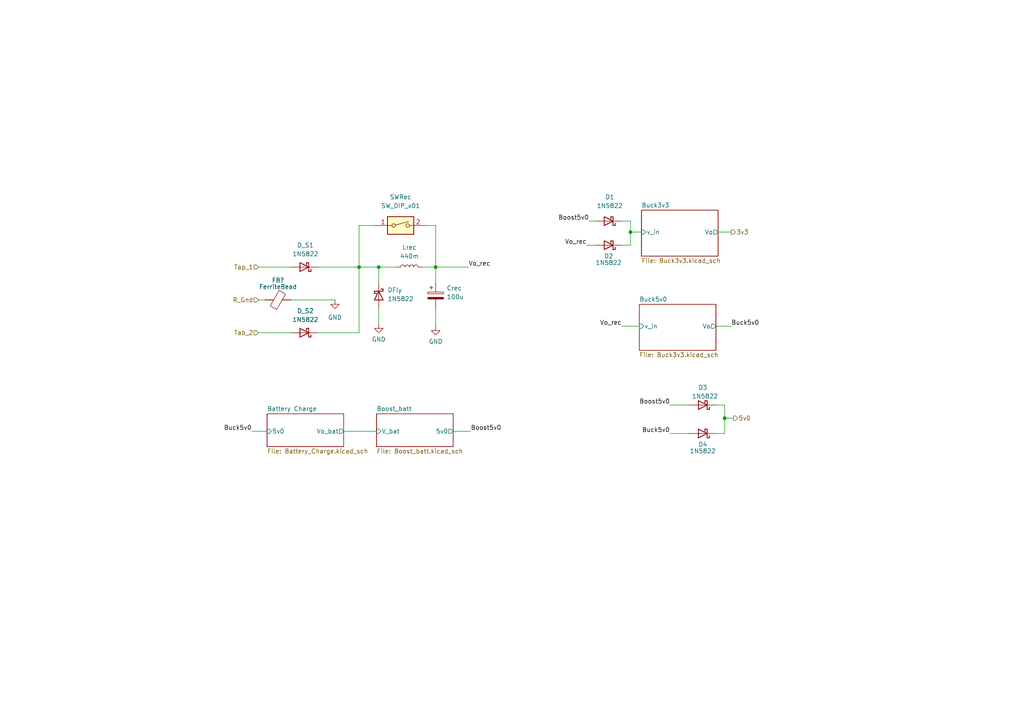
<source format=kicad_sch>
(kicad_sch (version 20211123) (generator eeschema)
  (paper "A4")
  (lib_symbols
    (symbol "Device:C_Polarized" (pin_numbers hide) (pin_names (offset 0.254))
      (property "Reference" "C" (at 0.635 2.54 0))
      (property "Value" "C_Polarized" (at 0.635 -2.54 0))
      (symbol "C_Polarized_0_1"
        (rectangle (start -2.286 0.508) (end 2.286 1.016))
        (polyline (pts (xy -1.778 2.286) (xy -0.762 2.286)))
        (polyline (pts (xy -1.27 2.794) (xy -1.27 1.778)))
        (rectangle (start 2.286 -0.508) (end -2.286 -1.016) (fill (type outline)))
      )
      (symbol "C_Polarized_1_1"
        (pin passive line (at 0 3.81 270) (length 2.794) (name "~") (number "1"))
        (pin passive line (at 0 -3.81 90) (length 2.794) (name "~") (number "2"))
      )
    )
    (symbol "Device:FerriteBead" (pin_numbers hide) (pin_names (offset 0))
      (property "Reference" "FB" (at -3.81 0.635 90))
      (property "Value" "FerriteBead" (at 3.81 0 90))
      (symbol "FerriteBead_0_1"
        (polyline (pts (xy 0 -1.27) (xy 0 -1.2192)))
        (polyline (pts (xy 0 1.27) (xy 0 1.2954)))
        (polyline (pts (xy -2.7686 0.4064) (xy -1.7018 2.2606) (xy 2.7686 -0.3048) (xy 1.6764 -2.159) (xy -2.7686 0.4064)))
      )
      (symbol "FerriteBead_1_1"
        (pin passive line (at 0 3.81 270) (length 2.54) (name "~") (number "1"))
        (pin passive line (at 0 -3.81 90) (length 2.54) (name "~") (number "2"))
      )
    )
    (symbol "Device:L" (pin_numbers hide) (pin_names (offset 1.016) hide)
      (property "Reference" "L" (at -1.27 0 90))
      (property "Value" "L" (at 1.905 0 90))
      (symbol "L_0_1"
        (arc (start 0 -2.54) (mid 0.635 -1.905) (end 0 -1.27))
        (arc (start 0 -1.27) (mid 0.635 -0.635) (end 0 0))
        (arc (start 0 0) (mid 0.635 0.635) (end 0 1.27))
        (arc (start 0 1.27) (mid 0.635 1.905) (end 0 2.54))
      )
      (symbol "L_1_1"
        (pin passive line (at 0 3.81 270) (length 1.27) (name "1") (number "1"))
        (pin passive line (at 0 -3.81 90) (length 1.27) (name "2") (number "2"))
      )
    )
    (symbol "Diode:1N5822" (pin_numbers hide) (pin_names (offset 1.016) hide)
      (property "Reference" "D" (at 0 2.54 0))
      (property "Value" "1N5822" (at 0 -2.54 0))
      (symbol "1N5822_0_1"
        (polyline (pts (xy 1.27 0) (xy -1.27 0)))
        (polyline (pts (xy 1.27 1.27) (xy 1.27 -1.27) (xy -1.27 0) (xy 1.27 1.27)) (stroke (width 0.254)))
        (polyline (pts (xy -1.905 0.635) (xy -1.905 1.27) (xy -1.27 1.27) (xy -1.27 -1.27) (xy -0.635 -1.27) (xy -0.635 -0.635)) (stroke (width 0.254)))
      )
      (symbol "1N5822_1_1"
        (pin passive line (at -3.81 0 0) (length 2.54) (name "K") (number "1"))
        (pin passive line (at 3.81 0 180) (length 2.54) (name "A") (number "2"))
      )
    )
    (symbol "Switch:SW_DIP_x01" (pin_names (offset 0) hide)
      (property "Reference" "SW" (at 0 3.81 0))
      (property "Value" "SW_DIP_x01" (at 0 -3.81 0))
      (symbol "SW_DIP_x01_0_0"
        (circle (center -2.032 0) (radius 0.508))
        (polyline (pts (xy -1.524 0.127) (xy 2.3622 1.1684)))
        (circle (center 2.032 0) (radius 0.508))
      )
      (symbol "SW_DIP_x01_0_1"
        (rectangle (start -3.81 2.54) (end 3.81 -2.54) (stroke (width 0.254)) (fill (type background)))
      )
      (symbol "SW_DIP_x01_1_1"
        (pin passive line (at -7.62 0 0) (length 5.08) (name "~") (number "1"))
        (pin passive line (at 7.62 0 180) (length 5.08) (name "~") (number "2"))
      )
    )
    (symbol "power:GND" (power) (pin_names (offset 0))
      (property "Value" "GND" (at 0 -3.81 0))
      (symbol "GND_0_1"
        (polyline (pts (xy 0 0) (xy 0 -1.27) (xy 1.27 -1.27) (xy 0 -2.54) (xy -1.27 -1.27) (xy 0 -1.27)))
      )
      (symbol "GND_1_1"
        (pin power_in line (at 0 0 270) (length 0) hide (name "GND") (number "1"))
      )
    )
  )
  (junction (at 126.365 77.47))
  (junction (at 182.88 67.31))
  (junction (at 104.14 77.47))
  (junction (at 109.855 77.47))
  (junction (at 210.185 121.285))
  (wire (pts (xy 126.365 89.535) (xy 126.365 94.615)))
  (wire (pts (xy 194.31 125.73) (xy 200.025 125.73)))
  (wire (pts (xy 208.28 67.31) (xy 212.09 67.31)))
  (wire (pts (xy 122.555 77.47) (xy 126.365 77.47)))
  (wire (pts (xy 109.855 89.535) (xy 109.855 93.98)))
  (wire (pts (xy 92.075 77.47) (xy 104.14 77.47)))
  (wire (pts (xy 104.14 77.47) (xy 104.14 96.52)))
  (wire (pts (xy 210.185 117.475) (xy 210.185 121.285)))
  (wire (pts (xy 182.88 71.12) (xy 182.88 67.31)))
  (wire (pts (xy 108.585 65.405) (xy 104.14 65.405)))
  (wire (pts (xy 210.185 125.73) (xy 210.185 121.285)))
  (wire (pts (xy 74.93 86.995) (xy 76.835 86.995)))
  (wire (pts (xy 207.645 125.73) (xy 210.185 125.73)))
  (wire (pts (xy 131.445 125.095) (xy 136.525 125.095)))
  (wire (pts (xy 210.185 121.285) (xy 212.725 121.285)))
  (wire (pts (xy 74.93 77.47) (xy 84.455 77.47)))
  (wire (pts (xy 109.855 77.47) (xy 109.855 81.915)))
  (wire (pts (xy 180.34 71.12) (xy 182.88 71.12)))
  (wire (pts (xy 194.31 117.475) (xy 200.025 117.475)))
  (wire (pts (xy 92.075 96.52) (xy 104.14 96.52)))
  (wire (pts (xy 109.855 77.47) (xy 114.935 77.47)))
  (wire (pts (xy 170.815 64.135) (xy 172.72 64.135)))
  (wire (pts (xy 104.14 65.405) (xy 104.14 77.47)))
  (wire (pts (xy 180.34 64.135) (xy 182.88 64.135)))
  (wire (pts (xy 123.825 65.405) (xy 126.365 65.405)))
  (wire (pts (xy 74.93 96.52) (xy 84.455 96.52)))
  (wire (pts (xy 207.645 94.615) (xy 212.09 94.615)))
  (wire (pts (xy 207.645 117.475) (xy 210.185 117.475)))
  (wire (pts (xy 170.18 71.12) (xy 172.72 71.12)))
  (wire (pts (xy 182.88 64.135) (xy 182.88 67.31)))
  (wire (pts (xy 126.365 65.405) (xy 126.365 77.47)))
  (wire (pts (xy 73.025 125.095) (xy 77.47 125.095)))
  (wire (pts (xy 180.34 94.615) (xy 185.42 94.615)))
  (wire (pts (xy 126.365 77.47) (xy 126.365 81.915)))
  (wire (pts (xy 126.365 77.47) (xy 135.89 77.47)))
  (wire (pts (xy 99.695 125.095) (xy 109.22 125.095)))
  (wire (pts (xy 104.14 77.47) (xy 109.855 77.47)))
  (wire (pts (xy 84.455 86.995) (xy 97.155 86.995)))
  (wire (pts (xy 182.88 67.31) (xy 186.055 67.31)))
  (label "Boost5v0" (at 136.525 125.095 0))
  (label "Boost5v0" (at 194.31 117.475 180))
  (label "Boost5v0" (at 170.815 64.135 180))
  (label "Buck5v0" (at 212.09 94.615 0))
  (label "Vo_rec" (at 135.89 77.47 0))
  (label "Vo_rec" (at 180.34 94.615 180))
  (label "Vo_rec" (at 170.18 71.12 180))
  (label "Buck5v0" (at 73.025 125.095 180))
  (label "Buck5v0" (at 194.31 125.73 180))
  (hierarchical_label "Tab_2" (shape input) (at 74.93 96.52 180))
  (hierarchical_label "5v0" (shape output) (at 212.725 121.285 0))
  (hierarchical_label "R_Gnd" (shape input) (at 74.93 86.995 180))
  (hierarchical_label "3v3" (shape output) (at 212.09 67.31 0))
  (hierarchical_label "Tap_1" (shape input) (at 74.93 77.47 180))
  (symbol (lib_id "Diode:1N5822") (at 88.265 96.52 180) (unit 1)
    (property "Reference" "D_S2" (at 88.5825 90.17 0))
    (property "Value" "1N5822" (at 88.5825 92.71 0))
    (property "Footprint" "Diode_THT:D_DO-201AD_P15.24mm_Horizontal" (effects hide))
    (property "Datasheet" "http://www.vishay.com/docs/88526/1n5820.pdf" (effects hide))
  )
  (symbol (lib_id "Diode:1N5822") (at 109.855 85.725 270) (unit 1)
    (property "Reference" "DFly" (at 112.395 84.1374 90) (effects (justify left)))
    (property "Value" "1N5822" (at 112.395 86.6774 90) (effects (justify left)))
    (property "Footprint" "Diode_THT:D_DO-201AD_P15.24mm_Horizontal" (effects hide))
    (property "Datasheet" "http://www.vishay.com/docs/88526/1n5820.pdf" (effects hide))
  )
  (symbol (lib_id "Diode:1N5822") (at 176.53 64.135 180) (unit 1)
    (property "Reference" "D1" (at 176.8475 57.15 0))
    (property "Value" "1N5822" (at 176.8475 59.69 0))
    (property "Footprint" "Diode_THT:D_DO-201AD_P15.24mm_Horizontal" (effects hide))
    (property "Datasheet" "http://www.vishay.com/docs/88526/1n5820.pdf" (effects hide))
  )
  (symbol (lib_id "power:GND") (at 109.855 93.98 0) (unit 1)
    (property "Reference" "#PWR?" (effects hide))
    (property "Value" "GND" (at 109.855 98.425 0))
  )
  (symbol (lib_id "Diode:1N5822") (at 203.835 125.73 180) (unit 1)
    (property "Reference" "D4" (at 203.835 128.905 0))
    (property "Value" "1N5822" (at 203.835 130.81 0))
    (property "Footprint" "Diode_THT:D_DO-201AD_P15.24mm_Horizontal" (effects hide))
    (property "Datasheet" "http://www.vishay.com/docs/88526/1n5820.pdf" (effects hide))
  )
  (symbol (lib_id "Switch:SW_DIP_x01") (at 116.205 65.405 0) (unit 1)
    (property "Reference" "SWRec" (at 116.205 57.15 0))
    (property "Value" "SW_DIP_x01" (at 116.205 59.69 0))
    (property "Footprint" "Connector_PinHeader_2.54mm:PinHeader_1x02_P2.54mm_Vertical_SMD_Pin1Left" (effects hide))
  )
  (symbol (lib_id "Device:C_Polarized") (at 126.365 85.725 0) (unit 1)
    (property "Reference" "Crec" (at 129.54 83.5659 0) (effects (justify left)))
    (property "Value" "100u" (at 129.54 86.1059 0) (effects (justify left)))
    (property "Footprint" "Capacitor_THT:CP_Radial_D6.3mm_P2.50mm" (effects hide))
  )
  (symbol (lib_id "Device:FerriteBead") (at 80.645 86.995 90) (unit 1)
    (property "Reference" "FB?" (at 80.645 81.28 90))
    (property "Value" "FerriteBead" (at 80.645 83.185 90))
    (property "Footprint" "Resistor_SMD:R_1812_4532Metric_Pad1.30x3.40mm_HandSolder" (effects hide))
  )
  (symbol (lib_id "power:GND") (at 126.365 94.615 0) (unit 1)
    (property "Reference" "#PWR?" (effects hide))
    (property "Value" "GND" (at 126.365 99.06 0))
  )
  (symbol (lib_id "Diode:1N5822") (at 88.265 77.47 180) (unit 1)
    (property "Reference" "D_S1" (at 88.5825 71.12 0))
    (property "Value" "1N5822" (at 88.5825 73.66 0))
    (property "Footprint" "Diode_THT:D_DO-201AD_P15.24mm_Horizontal" (effects hide))
    (property "Datasheet" "http://www.vishay.com/docs/88526/1n5820.pdf" (effects hide))
  )
  (symbol (lib_id "Device:L") (at 118.745 77.47 90) (unit 1)
    (property "Reference" "Lrec" (at 118.745 71.755 90))
    (property "Value" "440m" (at 118.745 74.295 90))
    (property "Footprint" "Inductor_THT:L_Toroid_Vertical_L25.4mm_W14.7mm_P12.20mm_Vishay_TJ5_BigPads" (effects hide))
  )
  (symbol (lib_id "power:GND") (at 97.155 86.995 0) (unit 1)
    (property "Reference" "#PWR?" (effects hide))
    (property "Value" "GND" (at 97.155 92.075 0))
  )
  (symbol (lib_id "Diode:1N5822") (at 203.835 117.475 180) (unit 1)
    (property "Reference" "D3" (at 203.835 112.395 0))
    (property "Value" "1N5822" (at 204.47 114.935 0))
    (property "Footprint" "Diode_THT:D_DO-201AD_P15.24mm_Horizontal" (effects hide))
    (property "Datasheet" "http://www.vishay.com/docs/88526/1n5820.pdf" (effects hide))
  )
  (symbol (lib_id "Diode:1N5822") (at 176.53 71.12 180) (unit 1)
    (property "Reference" "D2" (at 176.53 74.295 0))
    (property "Value" "1N5822" (at 176.53 76.2 0))
    (property "Footprint" "Diode_THT:D_DO-201AD_P15.24mm_Horizontal" (effects hide))
    (property "Datasheet" "http://www.vishay.com/docs/88526/1n5820.pdf" (effects hide))
  )
  (sheet (at 185.42 88.265) (size 22.225 13.335) (stroke (width 0.1524))
    (property "Sheet name" "Buck5v0" (at 185.42 87.5534 0) (effects (justify left bottom)))
    (property "Sheet file" "Buck3v3.kicad_sch" (at 185.42 102.1846 0) (effects (justify left top)))
    (pin "v_in" input (at 185.42 94.615 180))
    (pin "Vo" output (at 207.645 94.615 0))
  )
  (sheet (at 186.055 60.96) (size 22.225 13.335) (stroke (width 0.1524))
    (property "Sheet name" "Buck3v3" (at 186.055 60.2484 0) (effects (justify left bottom)))
    (property "Sheet file" "Buck3v3.kicad_sch" (at 186.055 74.8796 0) (effects (justify left top)))
    (pin "v_in" input (at 186.055 67.31 180))
    (pin "Vo" output (at 208.28 67.31 0))
  )
  (sheet (at 77.47 120.015) (size 22.225 9.525) (stroke (width 0.1524))
    (property "Sheet name" "Battery Charge" (at 77.47 119.3034 0) (effects (justify left bottom)))
    (property "Sheet file" "Battery_Charge.kicad_sch" (at 77.47 130.1246 0) (effects (justify left top)))
    (pin "5v0" input (at 77.47 125.095 180))
    (pin "Vo_bat" output (at 99.695 125.095 0))
  )
  (sheet (at 109.22 120.015) (size 22.225 9.525) (stroke (width 0.1524))
    (property "Sheet name" "Boost_batt" (at 109.22 119.3034 0) (effects (justify left bottom)))
    (property "Sheet file" "Boost_batt.kicad_sch" (at 109.22 130.1246 0) (effects (justify left top)))
    (pin "5v0" output (at 131.445 125.095 0))
    (pin "V_bat" input (at 109.22 125.095 180))
  )
)
</source>
